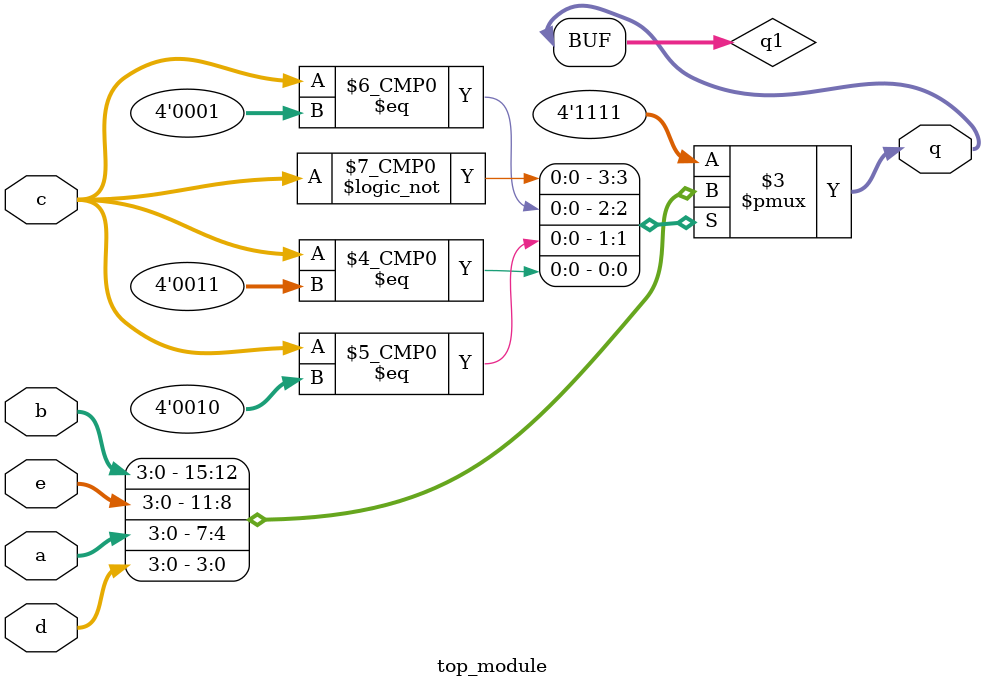
<source format=v>
module top_module (
    input [3:0] a,
    input [3:0] b,
    input [3:0] c,
    input [3:0] d,
    input [3:0] e,
    output [3:0] q );
    reg [3:0] q1;
    always@(*)begin
        case(c)
            0:q1=b;
            1:q1=e;
            2:q1=a;
            3:q1=d;
            default:q1=4'hf;
        endcase
    end
    assign q=q1;
endmodule

</source>
